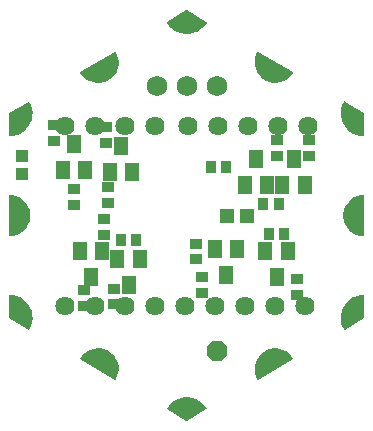
<source format=gbr>
G04 EAGLE Gerber RS-274X export*
G75*
%MOMM*%
%FSLAX34Y34*%
%LPD*%
%INSoldermask Top*%
%IPPOS*%
%AMOC8*
5,1,8,0,0,1.08239X$1,22.5*%
G01*
%ADD10R,1.003200X1.003200*%
%ADD11P,1.869504X8X22.500000*%
%ADD12R,0.903200X1.103200*%
%ADD13R,1.203200X1.303200*%
%ADD14C,1.727200*%
%ADD15C,1.203200*%
%ADD16C,1.625600*%
%ADD17R,1.203200X1.603200*%
%ADD18R,1.103200X0.903200*%

G36*
X-73116Y285545D02*
X-73116Y285545D01*
X-73082Y285553D01*
X-73034Y285554D01*
X-70279Y286093D01*
X-70246Y286106D01*
X-70199Y286115D01*
X-67570Y287100D01*
X-67540Y287118D01*
X-67495Y287135D01*
X-65064Y288539D01*
X-65038Y288562D01*
X-64996Y288586D01*
X-62829Y290371D01*
X-62807Y290398D01*
X-62769Y290428D01*
X-60925Y292545D01*
X-60908Y292576D01*
X-60877Y292612D01*
X-59406Y295004D01*
X-59394Y295036D01*
X-59369Y295077D01*
X-58313Y297679D01*
X-58306Y297713D01*
X-58288Y297757D01*
X-57674Y300497D01*
X-57673Y300532D01*
X-57663Y300579D01*
X-57508Y303382D01*
X-57513Y303417D01*
X-57510Y303465D01*
X-57819Y306255D01*
X-57830Y306288D01*
X-57835Y306336D01*
X-58599Y309038D01*
X-58615Y309069D01*
X-58628Y309115D01*
X-59826Y311654D01*
X-59844Y311678D01*
X-59854Y311705D01*
X-59902Y311757D01*
X-59945Y311814D01*
X-59970Y311828D01*
X-59990Y311850D01*
X-60055Y311878D01*
X-60117Y311914D01*
X-60146Y311918D01*
X-60172Y311929D01*
X-60244Y311930D01*
X-60314Y311939D01*
X-60342Y311931D01*
X-60371Y311932D01*
X-60465Y311897D01*
X-60505Y311885D01*
X-60514Y311879D01*
X-60527Y311874D01*
X-89972Y294874D01*
X-89994Y294854D01*
X-90020Y294842D01*
X-90053Y294805D01*
X-90059Y294801D01*
X-90064Y294794D01*
X-90068Y294789D01*
X-90121Y294742D01*
X-90134Y294716D01*
X-90153Y294694D01*
X-90176Y294627D01*
X-90207Y294563D01*
X-90208Y294533D01*
X-90217Y294506D01*
X-90212Y294435D01*
X-90216Y294364D01*
X-90205Y294336D01*
X-90203Y294307D01*
X-90161Y294217D01*
X-90146Y294178D01*
X-90139Y294169D01*
X-90133Y294157D01*
X-88533Y291850D01*
X-88508Y291826D01*
X-88480Y291786D01*
X-86523Y289773D01*
X-86494Y289754D01*
X-86460Y289719D01*
X-84198Y288056D01*
X-84167Y288042D01*
X-84128Y288013D01*
X-81623Y286745D01*
X-81589Y286736D01*
X-81546Y286714D01*
X-78867Y285876D01*
X-78832Y285873D01*
X-78786Y285858D01*
X-76005Y285473D01*
X-75970Y285475D01*
X-75923Y285468D01*
X-73116Y285545D01*
G37*
G36*
X60342Y34144D02*
X60342Y34144D01*
X60371Y34143D01*
X60465Y34178D01*
X60505Y34190D01*
X60514Y34196D01*
X60527Y34201D01*
X89972Y51201D01*
X89994Y51221D01*
X90020Y51233D01*
X90068Y51286D01*
X90121Y51333D01*
X90134Y51359D01*
X90153Y51381D01*
X90176Y51448D01*
X90207Y51512D01*
X90208Y51542D01*
X90217Y51569D01*
X90212Y51640D01*
X90216Y51711D01*
X90205Y51739D01*
X90203Y51768D01*
X90161Y51858D01*
X90146Y51897D01*
X90139Y51906D01*
X90133Y51918D01*
X88533Y54225D01*
X88508Y54249D01*
X88480Y54289D01*
X86523Y56302D01*
X86494Y56321D01*
X86460Y56356D01*
X84198Y58019D01*
X84167Y58033D01*
X84128Y58062D01*
X81623Y59330D01*
X81589Y59339D01*
X81546Y59361D01*
X78867Y60199D01*
X78832Y60202D01*
X78786Y60217D01*
X76005Y60602D01*
X75970Y60600D01*
X75923Y60607D01*
X73116Y60530D01*
X73082Y60522D01*
X73034Y60521D01*
X70279Y59982D01*
X70246Y59969D01*
X70199Y59960D01*
X67570Y58975D01*
X67540Y58957D01*
X67495Y58940D01*
X65064Y57536D01*
X65038Y57513D01*
X64996Y57489D01*
X62829Y55704D01*
X62807Y55677D01*
X62769Y55647D01*
X60925Y53530D01*
X60908Y53499D01*
X60877Y53463D01*
X59406Y51071D01*
X59394Y51039D01*
X59369Y50998D01*
X58313Y48396D01*
X58306Y48362D01*
X58288Y48318D01*
X57674Y45578D01*
X57673Y45543D01*
X57663Y45496D01*
X57508Y42693D01*
X57513Y42658D01*
X57510Y42610D01*
X57819Y39820D01*
X57830Y39787D01*
X57835Y39739D01*
X58599Y37037D01*
X58615Y37006D01*
X58628Y36960D01*
X59826Y34421D01*
X59844Y34397D01*
X59854Y34370D01*
X59902Y34318D01*
X59945Y34261D01*
X59970Y34247D01*
X59990Y34225D01*
X60055Y34197D01*
X60117Y34161D01*
X60146Y34157D01*
X60172Y34146D01*
X60244Y34145D01*
X60314Y34136D01*
X60342Y34144D01*
G37*
G36*
X-60219Y34170D02*
X-60219Y34170D01*
X-60148Y34175D01*
X-60122Y34189D01*
X-60093Y34194D01*
X-60035Y34234D01*
X-59972Y34267D01*
X-59953Y34289D01*
X-59929Y34306D01*
X-59872Y34387D01*
X-59845Y34420D01*
X-59842Y34431D01*
X-59834Y34442D01*
X-58639Y36979D01*
X-58630Y37013D01*
X-58610Y37057D01*
X-57848Y39756D01*
X-57846Y39790D01*
X-57833Y39837D01*
X-57526Y42624D01*
X-57529Y42652D01*
X-57527Y42660D01*
X-57528Y42665D01*
X-57524Y42707D01*
X-57680Y45507D01*
X-57689Y45540D01*
X-57692Y45589D01*
X-58307Y48325D01*
X-58321Y48356D01*
X-58331Y48403D01*
X-59388Y51001D01*
X-59408Y51030D01*
X-59426Y51075D01*
X-60896Y53463D01*
X-60920Y53488D01*
X-60945Y53529D01*
X-62788Y55643D01*
X-62816Y55664D01*
X-62847Y55700D01*
X-65013Y57482D01*
X-65044Y57498D01*
X-65081Y57529D01*
X-67511Y58929D01*
X-67544Y58940D01*
X-67585Y58965D01*
X-70212Y59946D01*
X-70246Y59952D01*
X-70292Y59969D01*
X-73044Y60504D01*
X-73079Y60504D01*
X-73126Y60513D01*
X-75930Y60589D01*
X-75964Y60583D01*
X-76012Y60584D01*
X-78790Y60197D01*
X-78823Y60186D01*
X-78870Y60179D01*
X-81546Y59340D01*
X-81577Y59323D01*
X-81623Y59309D01*
X-84124Y58041D01*
X-84151Y58020D01*
X-84194Y57998D01*
X-86453Y56335D01*
X-86476Y56310D01*
X-86515Y56281D01*
X-88470Y54270D01*
X-88488Y54241D01*
X-88522Y54206D01*
X-90118Y51900D01*
X-90130Y51874D01*
X-90148Y51851D01*
X-90158Y51820D01*
X-90165Y51809D01*
X-90169Y51782D01*
X-90197Y51718D01*
X-90197Y51688D01*
X-90205Y51660D01*
X-90197Y51590D01*
X-90198Y51519D01*
X-90186Y51492D01*
X-90183Y51463D01*
X-90148Y51401D01*
X-90121Y51335D01*
X-90100Y51315D01*
X-90086Y51290D01*
X-90009Y51226D01*
X-89978Y51197D01*
X-89968Y51192D01*
X-89957Y51184D01*
X-60535Y34222D01*
X-60507Y34213D01*
X-60483Y34197D01*
X-60414Y34182D01*
X-60346Y34159D01*
X-60317Y34162D01*
X-60289Y34156D01*
X-60219Y34170D01*
G37*
G36*
X75964Y285492D02*
X75964Y285492D01*
X76012Y285491D01*
X78790Y285878D01*
X78823Y285889D01*
X78870Y285896D01*
X81546Y286735D01*
X81577Y286752D01*
X81623Y286766D01*
X84124Y288034D01*
X84151Y288055D01*
X84194Y288077D01*
X86453Y289740D01*
X86476Y289765D01*
X86515Y289794D01*
X86843Y290131D01*
X87328Y290631D01*
X87813Y291130D01*
X88298Y291629D01*
X88470Y291805D01*
X88488Y291834D01*
X88522Y291869D01*
X90118Y294175D01*
X90130Y294201D01*
X90148Y294224D01*
X90169Y294292D01*
X90197Y294357D01*
X90197Y294387D01*
X90205Y294415D01*
X90197Y294485D01*
X90198Y294556D01*
X90186Y294583D01*
X90183Y294612D01*
X90148Y294674D01*
X90121Y294740D01*
X90100Y294760D01*
X90086Y294785D01*
X90024Y294836D01*
X90019Y294843D01*
X90009Y294849D01*
X89978Y294878D01*
X89968Y294883D01*
X89957Y294891D01*
X60535Y311853D01*
X60507Y311862D01*
X60483Y311878D01*
X60414Y311893D01*
X60346Y311916D01*
X60317Y311913D01*
X60289Y311919D01*
X60219Y311905D01*
X60148Y311900D01*
X60122Y311886D01*
X60093Y311881D01*
X60035Y311841D01*
X59972Y311808D01*
X59953Y311786D01*
X59929Y311769D01*
X59872Y311688D01*
X59845Y311655D01*
X59842Y311644D01*
X59834Y311633D01*
X58639Y309096D01*
X58630Y309062D01*
X58610Y309018D01*
X57848Y306319D01*
X57846Y306285D01*
X57833Y306238D01*
X57526Y303451D01*
X57529Y303416D01*
X57524Y303368D01*
X57680Y300568D01*
X57689Y300535D01*
X57692Y300486D01*
X58307Y297750D01*
X58321Y297719D01*
X58331Y297672D01*
X59388Y295074D01*
X59408Y295045D01*
X59426Y295000D01*
X60896Y292612D01*
X60920Y292587D01*
X60945Y292546D01*
X62788Y290432D01*
X62816Y290411D01*
X62847Y290375D01*
X65013Y288593D01*
X65044Y288577D01*
X65081Y288546D01*
X67511Y287146D01*
X67544Y287135D01*
X67585Y287110D01*
X70212Y286129D01*
X70246Y286123D01*
X70292Y286106D01*
X73044Y285571D01*
X73079Y285571D01*
X73126Y285562D01*
X75930Y285486D01*
X75964Y285492D01*
G37*
G36*
X-149981Y155562D02*
X-149981Y155562D01*
X-149967Y155561D01*
X-147172Y155791D01*
X-147139Y155801D01*
X-147091Y155805D01*
X-144371Y156491D01*
X-144340Y156506D01*
X-144293Y156518D01*
X-141724Y157643D01*
X-141696Y157663D01*
X-141652Y157682D01*
X-139303Y159214D01*
X-139278Y159239D01*
X-139238Y159265D01*
X-137173Y161163D01*
X-137153Y161191D01*
X-137148Y161196D01*
X-137137Y161203D01*
X-137133Y161209D01*
X-137118Y161224D01*
X-135393Y163436D01*
X-135378Y163467D01*
X-135348Y163505D01*
X-134012Y165970D01*
X-134002Y166003D01*
X-133979Y166046D01*
X-133066Y168698D01*
X-133062Y168732D01*
X-133046Y168778D01*
X-132583Y171543D01*
X-132584Y171578D01*
X-132576Y171626D01*
X-132574Y174430D01*
X-132581Y174464D01*
X-132581Y174512D01*
X-133040Y177279D01*
X-133053Y177311D01*
X-133061Y177359D01*
X-133970Y180012D01*
X-133987Y180042D01*
X-134003Y180087D01*
X-135336Y182555D01*
X-135358Y182581D01*
X-135381Y182624D01*
X-137102Y184838D01*
X-137128Y184861D01*
X-137158Y184899D01*
X-139220Y186800D01*
X-139249Y186818D01*
X-139285Y186850D01*
X-141632Y188386D01*
X-141664Y188399D01*
X-141704Y188425D01*
X-144272Y189553D01*
X-144305Y189561D01*
X-144350Y189580D01*
X-147068Y190270D01*
X-147102Y190272D01*
X-147149Y190284D01*
X-149944Y190518D01*
X-149973Y190514D01*
X-150002Y190519D01*
X-150071Y190503D01*
X-150141Y190494D01*
X-150167Y190480D01*
X-150195Y190473D01*
X-150252Y190431D01*
X-150314Y190396D01*
X-150332Y190373D01*
X-150355Y190355D01*
X-150392Y190294D01*
X-150435Y190238D01*
X-150442Y190209D01*
X-150457Y190184D01*
X-150474Y190086D01*
X-150484Y190045D01*
X-150482Y190034D01*
X-150485Y190020D01*
X-150507Y156059D01*
X-150501Y156031D01*
X-150504Y156001D01*
X-150482Y155934D01*
X-150468Y155864D01*
X-150451Y155840D01*
X-150442Y155812D01*
X-150396Y155759D01*
X-150355Y155700D01*
X-150331Y155685D01*
X-150312Y155663D01*
X-150248Y155631D01*
X-150188Y155593D01*
X-150159Y155588D01*
X-150133Y155575D01*
X-150034Y155567D01*
X-149992Y155560D01*
X-149981Y155562D01*
G37*
G36*
X150071Y155572D02*
X150071Y155572D01*
X150141Y155581D01*
X150167Y155595D01*
X150195Y155602D01*
X150252Y155644D01*
X150314Y155679D01*
X150332Y155702D01*
X150355Y155720D01*
X150392Y155781D01*
X150435Y155837D01*
X150442Y155866D01*
X150457Y155891D01*
X150474Y155989D01*
X150484Y156030D01*
X150482Y156041D01*
X150485Y156055D01*
X150507Y190016D01*
X150507Y190019D01*
X150507Y190021D01*
X150503Y190039D01*
X150501Y190044D01*
X150504Y190074D01*
X150482Y190141D01*
X150468Y190211D01*
X150451Y190235D01*
X150442Y190263D01*
X150396Y190316D01*
X150355Y190375D01*
X150331Y190390D01*
X150312Y190412D01*
X150248Y190444D01*
X150188Y190482D01*
X150159Y190487D01*
X150133Y190500D01*
X150034Y190508D01*
X149992Y190515D01*
X149981Y190513D01*
X149967Y190514D01*
X147172Y190284D01*
X147139Y190274D01*
X147091Y190270D01*
X144371Y189584D01*
X144340Y189569D01*
X144293Y189557D01*
X141724Y188432D01*
X141696Y188412D01*
X141652Y188393D01*
X139303Y186861D01*
X139278Y186836D01*
X139238Y186810D01*
X137173Y184912D01*
X137153Y184884D01*
X137118Y184851D01*
X135393Y182639D01*
X135378Y182608D01*
X135348Y182570D01*
X134012Y180105D01*
X134002Y180072D01*
X133979Y180029D01*
X133066Y177377D01*
X133062Y177343D01*
X133046Y177297D01*
X132583Y174532D01*
X132584Y174497D01*
X132576Y174449D01*
X132574Y171645D01*
X132581Y171611D01*
X132581Y171563D01*
X133040Y168796D01*
X133053Y168764D01*
X133061Y168716D01*
X133970Y166063D01*
X133987Y166033D01*
X134003Y165988D01*
X135336Y163520D01*
X135358Y163494D01*
X135381Y163451D01*
X137102Y161237D01*
X137128Y161214D01*
X137158Y161176D01*
X139220Y159275D01*
X139249Y159257D01*
X139285Y159225D01*
X141632Y157689D01*
X141664Y157676D01*
X141704Y157650D01*
X144272Y156522D01*
X144305Y156514D01*
X144350Y156495D01*
X147068Y155805D01*
X147102Y155803D01*
X147149Y155791D01*
X149944Y155557D01*
X149973Y155561D01*
X150002Y155556D01*
X150071Y155572D01*
G37*
G36*
X150105Y240116D02*
X150105Y240116D01*
X150176Y240124D01*
X150201Y240139D01*
X150229Y240145D01*
X150286Y240188D01*
X150348Y240223D01*
X150366Y240246D01*
X150389Y240263D01*
X150425Y240325D01*
X150468Y240382D01*
X150475Y240410D01*
X150490Y240435D01*
X150507Y240533D01*
X150517Y240574D01*
X150515Y240585D01*
X150518Y240599D01*
X150495Y259638D01*
X150479Y259714D01*
X150471Y259790D01*
X150460Y259810D01*
X150455Y259833D01*
X150411Y259896D01*
X150374Y259963D01*
X150354Y259980D01*
X150342Y259997D01*
X150305Y260021D01*
X150246Y260070D01*
X133769Y269609D01*
X133741Y269618D01*
X133717Y269635D01*
X133648Y269650D01*
X133580Y269672D01*
X133551Y269670D01*
X133523Y269676D01*
X133453Y269663D01*
X133382Y269657D01*
X133356Y269644D01*
X133328Y269638D01*
X133268Y269598D01*
X133205Y269566D01*
X133187Y269543D01*
X133163Y269527D01*
X133105Y269445D01*
X133078Y269413D01*
X133075Y269402D01*
X133067Y269391D01*
X131753Y266621D01*
X131745Y266588D01*
X131724Y266546D01*
X130871Y263601D01*
X130869Y263567D01*
X130855Y263522D01*
X130486Y260478D01*
X130488Y260444D01*
X130482Y260398D01*
X130606Y257334D01*
X130614Y257301D01*
X130616Y257254D01*
X131229Y254250D01*
X131242Y254219D01*
X131251Y254173D01*
X132339Y251306D01*
X132357Y251277D01*
X132373Y251233D01*
X133906Y248578D01*
X133929Y248552D01*
X133952Y248512D01*
X135891Y246137D01*
X135917Y246115D01*
X135947Y246079D01*
X138242Y244046D01*
X138271Y244029D01*
X138306Y243997D01*
X140897Y242358D01*
X140929Y242346D01*
X140969Y242321D01*
X143789Y241119D01*
X143823Y241112D01*
X143866Y241094D01*
X146843Y240360D01*
X146877Y240359D01*
X146922Y240347D01*
X149978Y240100D01*
X150007Y240104D01*
X150035Y240099D01*
X150105Y240116D01*
G37*
G36*
X-133453Y76412D02*
X-133453Y76412D01*
X-133382Y76418D01*
X-133356Y76431D01*
X-133328Y76437D01*
X-133268Y76477D01*
X-133205Y76509D01*
X-133187Y76532D01*
X-133163Y76548D01*
X-133105Y76630D01*
X-133078Y76662D01*
X-133075Y76673D01*
X-133067Y76684D01*
X-131753Y79454D01*
X-131745Y79487D01*
X-131724Y79529D01*
X-130871Y82474D01*
X-130869Y82508D01*
X-130855Y82553D01*
X-130486Y85597D01*
X-130488Y85631D01*
X-130482Y85677D01*
X-130606Y88741D01*
X-130614Y88774D01*
X-130616Y88821D01*
X-131229Y91825D01*
X-131242Y91856D01*
X-131251Y91902D01*
X-132339Y94769D01*
X-132357Y94798D01*
X-132373Y94842D01*
X-133906Y97497D01*
X-133929Y97523D01*
X-133952Y97563D01*
X-135891Y99938D01*
X-135917Y99960D01*
X-135947Y99996D01*
X-138242Y102029D01*
X-138271Y102046D01*
X-138306Y102078D01*
X-140897Y103717D01*
X-140929Y103729D01*
X-140969Y103754D01*
X-143789Y104956D01*
X-143823Y104963D01*
X-143866Y104981D01*
X-146843Y105715D01*
X-146877Y105716D01*
X-146922Y105728D01*
X-149978Y105975D01*
X-150007Y105971D01*
X-150035Y105976D01*
X-150105Y105959D01*
X-150176Y105951D01*
X-150201Y105936D01*
X-150229Y105930D01*
X-150286Y105887D01*
X-150348Y105852D01*
X-150366Y105829D01*
X-150389Y105812D01*
X-150425Y105750D01*
X-150468Y105693D01*
X-150475Y105665D01*
X-150490Y105640D01*
X-150507Y105542D01*
X-150517Y105501D01*
X-150515Y105490D01*
X-150518Y105476D01*
X-150495Y86437D01*
X-150479Y86361D01*
X-150471Y86285D01*
X-150460Y86265D01*
X-150455Y86242D01*
X-150411Y86179D01*
X-150374Y86112D01*
X-150354Y86095D01*
X-150342Y86078D01*
X-150305Y86054D01*
X-150246Y86005D01*
X-133769Y76466D01*
X-133741Y76457D01*
X-133717Y76440D01*
X-133648Y76425D01*
X-133580Y76403D01*
X-133551Y76405D01*
X-133523Y76399D01*
X-133453Y76412D01*
G37*
G36*
X133609Y76444D02*
X133609Y76444D01*
X133637Y76443D01*
X133733Y76479D01*
X133773Y76490D01*
X133781Y76497D01*
X133793Y76501D01*
X150247Y86001D01*
X150306Y86053D01*
X150368Y86099D01*
X150380Y86118D01*
X150396Y86133D01*
X150430Y86203D01*
X150470Y86270D01*
X150474Y86295D01*
X150482Y86312D01*
X150484Y86357D01*
X150497Y86434D01*
X150474Y105474D01*
X150469Y105502D01*
X150471Y105530D01*
X150449Y105598D01*
X150434Y105669D01*
X150418Y105692D01*
X150409Y105719D01*
X150362Y105773D01*
X150322Y105832D01*
X150298Y105848D01*
X150279Y105869D01*
X150215Y105901D01*
X150154Y105939D01*
X150126Y105944D01*
X150100Y105956D01*
X150000Y105965D01*
X149958Y105972D01*
X149947Y105970D01*
X149934Y105971D01*
X146885Y105721D01*
X146852Y105711D01*
X146805Y105708D01*
X143835Y104972D01*
X143805Y104957D01*
X143759Y104946D01*
X143538Y104852D01*
X142370Y104353D01*
X141203Y103854D01*
X141202Y103854D01*
X140946Y103744D01*
X140918Y103725D01*
X140874Y103706D01*
X138290Y102068D01*
X138266Y102044D01*
X138226Y102020D01*
X135938Y99988D01*
X135918Y99961D01*
X135883Y99930D01*
X133950Y97557D01*
X133934Y97527D01*
X133905Y97491D01*
X132378Y94839D01*
X132367Y94807D01*
X132344Y94767D01*
X131262Y91904D01*
X131257Y91871D01*
X131240Y91827D01*
X130631Y88828D01*
X130631Y88795D01*
X130622Y88749D01*
X130502Y85691D01*
X130508Y85658D01*
X130505Y85611D01*
X130878Y82574D01*
X130889Y82542D01*
X130894Y82495D01*
X131749Y79557D01*
X131765Y79527D01*
X131777Y79482D01*
X133093Y76719D01*
X133110Y76697D01*
X133119Y76670D01*
X133169Y76618D01*
X133212Y76560D01*
X133237Y76546D01*
X133256Y76525D01*
X133322Y76497D01*
X133384Y76461D01*
X133412Y76457D01*
X133438Y76446D01*
X133510Y76445D01*
X133581Y76436D01*
X133609Y76444D01*
G37*
G36*
X-149947Y240105D02*
X-149947Y240105D01*
X-149934Y240104D01*
X-146885Y240354D01*
X-146852Y240364D01*
X-146805Y240367D01*
X-143835Y241103D01*
X-143805Y241118D01*
X-143759Y241129D01*
X-143731Y241141D01*
X-143730Y241141D01*
X-142563Y241640D01*
X-141395Y242139D01*
X-140946Y242331D01*
X-140918Y242350D01*
X-140874Y242369D01*
X-138290Y244007D01*
X-138266Y244031D01*
X-138226Y244055D01*
X-135938Y246087D01*
X-135918Y246114D01*
X-135883Y246145D01*
X-133950Y248518D01*
X-133934Y248548D01*
X-133905Y248584D01*
X-132378Y251236D01*
X-132367Y251268D01*
X-132344Y251308D01*
X-131262Y254171D01*
X-131257Y254204D01*
X-131240Y254248D01*
X-130631Y257247D01*
X-130631Y257280D01*
X-130622Y257326D01*
X-130502Y260384D01*
X-130508Y260417D01*
X-130505Y260464D01*
X-130878Y263501D01*
X-130889Y263533D01*
X-130894Y263580D01*
X-131749Y266518D01*
X-131765Y266548D01*
X-131777Y266593D01*
X-133093Y269356D01*
X-133110Y269378D01*
X-133119Y269405D01*
X-133169Y269457D01*
X-133212Y269515D01*
X-133237Y269529D01*
X-133256Y269550D01*
X-133322Y269578D01*
X-133384Y269614D01*
X-133412Y269618D01*
X-133438Y269629D01*
X-133510Y269630D01*
X-133581Y269639D01*
X-133609Y269631D01*
X-133637Y269632D01*
X-133733Y269596D01*
X-133773Y269585D01*
X-133781Y269578D01*
X-133793Y269574D01*
X-150247Y260074D01*
X-150306Y260022D01*
X-150368Y259976D01*
X-150380Y259957D01*
X-150396Y259942D01*
X-150430Y259872D01*
X-150470Y259805D01*
X-150474Y259780D01*
X-150482Y259763D01*
X-150484Y259718D01*
X-150497Y259641D01*
X-150474Y240601D01*
X-150469Y240573D01*
X-150471Y240545D01*
X-150449Y240477D01*
X-150434Y240406D01*
X-150418Y240383D01*
X-150409Y240356D01*
X-150362Y240302D01*
X-150322Y240243D01*
X-150298Y240227D01*
X-150279Y240206D01*
X-150215Y240174D01*
X-150154Y240136D01*
X-150126Y240131D01*
X-150100Y240119D01*
X-150000Y240110D01*
X-149958Y240103D01*
X-149947Y240105D01*
G37*
G36*
X1560Y326782D02*
X1560Y326782D01*
X1607Y326782D01*
X4628Y327269D01*
X4660Y327281D01*
X4706Y327288D01*
X7610Y328254D01*
X7639Y328271D01*
X7684Y328285D01*
X10395Y329704D01*
X10421Y329725D01*
X10463Y329747D01*
X12911Y331582D01*
X12934Y331607D01*
X12971Y331635D01*
X15093Y333839D01*
X15112Y333868D01*
X15144Y333902D01*
X16886Y336418D01*
X16897Y336444D01*
X16915Y336466D01*
X16936Y336535D01*
X16964Y336601D01*
X16964Y336629D01*
X16972Y336657D01*
X16964Y336728D01*
X16965Y336799D01*
X16954Y336826D01*
X16950Y336854D01*
X16916Y336917D01*
X16888Y336983D01*
X16867Y337003D01*
X16853Y337028D01*
X16776Y337092D01*
X16745Y337122D01*
X16735Y337126D01*
X16725Y337134D01*
X248Y346673D01*
X174Y346698D01*
X103Y346729D01*
X81Y346730D01*
X59Y346737D01*
X-18Y346731D01*
X-96Y346732D01*
X-119Y346723D01*
X-139Y346721D01*
X-178Y346701D01*
X-252Y346674D01*
X-16706Y337174D01*
X-16728Y337155D01*
X-16753Y337143D01*
X-16801Y337090D01*
X-16855Y337042D01*
X-16867Y337016D01*
X-16886Y336995D01*
X-16910Y336927D01*
X-16941Y336863D01*
X-16942Y336834D01*
X-16952Y336807D01*
X-16947Y336736D01*
X-16950Y336664D01*
X-16940Y336637D01*
X-16938Y336609D01*
X-16895Y336517D01*
X-16881Y336478D01*
X-16873Y336470D01*
X-16868Y336458D01*
X-15133Y333938D01*
X-15108Y333914D01*
X-15082Y333876D01*
X-12965Y331666D01*
X-12937Y331647D01*
X-12905Y331613D01*
X-10461Y329772D01*
X-10430Y329757D01*
X-10393Y329729D01*
X-7685Y328304D01*
X-7653Y328294D01*
X-7612Y328272D01*
X-4710Y327300D01*
X-4677Y327296D01*
X-4676Y327295D01*
X-4632Y327280D01*
X-1613Y326786D01*
X-1579Y326787D01*
X-1533Y326779D01*
X1527Y326776D01*
X1560Y326782D01*
G37*
G36*
X18Y-656D02*
X18Y-656D01*
X96Y-657D01*
X119Y-648D01*
X139Y-646D01*
X178Y-626D01*
X252Y-599D01*
X16706Y8901D01*
X16728Y8920D01*
X16753Y8932D01*
X16788Y8970D01*
X16791Y8972D01*
X16794Y8977D01*
X16801Y8985D01*
X16855Y9033D01*
X16867Y9059D01*
X16886Y9080D01*
X16910Y9148D01*
X16941Y9212D01*
X16942Y9241D01*
X16952Y9268D01*
X16947Y9339D01*
X16950Y9411D01*
X16940Y9438D01*
X16938Y9466D01*
X16895Y9558D01*
X16881Y9597D01*
X16873Y9605D01*
X16868Y9617D01*
X15133Y12137D01*
X15108Y12161D01*
X15082Y12199D01*
X12965Y14409D01*
X12937Y14428D01*
X12905Y14462D01*
X10461Y16303D01*
X10430Y16318D01*
X10393Y16346D01*
X7685Y17771D01*
X7653Y17781D01*
X7612Y17803D01*
X4710Y18775D01*
X4687Y18778D01*
X4674Y18780D01*
X4632Y18795D01*
X1613Y19289D01*
X1579Y19288D01*
X1533Y19296D01*
X-1527Y19299D01*
X-1560Y19293D01*
X-1607Y19293D01*
X-4628Y18806D01*
X-4660Y18794D01*
X-4706Y18787D01*
X-7610Y17821D01*
X-7639Y17804D01*
X-7684Y17790D01*
X-10395Y16371D01*
X-10421Y16350D01*
X-10463Y16328D01*
X-12911Y14493D01*
X-12934Y14468D01*
X-12971Y14440D01*
X-15093Y12236D01*
X-15112Y12207D01*
X-15144Y12173D01*
X-16886Y9657D01*
X-16897Y9631D01*
X-16915Y9609D01*
X-16936Y9540D01*
X-16964Y9474D01*
X-16964Y9446D01*
X-16972Y9418D01*
X-16964Y9347D01*
X-16965Y9276D01*
X-16954Y9249D01*
X-16950Y9221D01*
X-16916Y9158D01*
X-16888Y9092D01*
X-16867Y9072D01*
X-16853Y9047D01*
X-16776Y8983D01*
X-16745Y8953D01*
X-16735Y8949D01*
X-16725Y8941D01*
X-248Y-598D01*
X-174Y-623D01*
X-103Y-654D01*
X-81Y-655D01*
X-59Y-662D01*
X18Y-656D01*
G37*
D10*
X-139700Y223400D03*
X-139700Y208400D03*
D11*
X25400Y58738D03*
D12*
X20488Y214313D03*
X33488Y214313D03*
D13*
X34363Y173038D03*
X51363Y173038D03*
D14*
X25400Y282575D03*
X0Y282575D03*
X-25400Y282575D03*
D15*
X-16Y338266D03*
X143067Y255638D03*
X143084Y90409D03*
X16Y7809D03*
X-143067Y90438D03*
X-143084Y255666D03*
X71551Y296908D03*
X143051Y173067D03*
X71550Y49109D03*
X-71551Y49167D03*
X-143051Y173008D03*
X-71550Y296966D03*
D16*
X-102600Y96838D03*
X-77200Y96838D03*
X-51800Y96838D03*
X-26400Y96838D03*
X-1000Y96838D03*
X24400Y96838D03*
X49800Y96838D03*
X75200Y96838D03*
X100600Y96838D03*
X102600Y249238D03*
X77200Y249238D03*
X51800Y249238D03*
X26400Y249238D03*
X1000Y249238D03*
X-26400Y249238D03*
X-51800Y249238D03*
X-77200Y249238D03*
X-102600Y249238D03*
D17*
X49238Y198550D03*
X68238Y198550D03*
X58738Y220550D03*
X80988Y198550D03*
X99988Y198550D03*
X90488Y220550D03*
X-39713Y136413D03*
X-58713Y136413D03*
X-49213Y114413D03*
X-71463Y142763D03*
X-90463Y142763D03*
X-80963Y120763D03*
X42838Y144350D03*
X23838Y144350D03*
X33338Y122350D03*
X-104750Y211250D03*
X-85750Y211250D03*
X-95250Y233250D03*
X-65063Y209663D03*
X-46063Y209663D03*
X-55563Y231663D03*
X85700Y142763D03*
X66700Y142763D03*
X76200Y120763D03*
D12*
X64938Y182563D03*
X77938Y182563D03*
X-55713Y152400D03*
X-42713Y152400D03*
D18*
X-69850Y170013D03*
X-69850Y157013D03*
X7938Y136375D03*
X7938Y149375D03*
X-95250Y182413D03*
X-95250Y195413D03*
X-66675Y184000D03*
X-66675Y197000D03*
D12*
X69700Y157163D03*
X82700Y157163D03*
D18*
X76200Y236688D03*
X76200Y223688D03*
X103188Y236688D03*
X103188Y223688D03*
X-61913Y98275D03*
X-61913Y111275D03*
X-87313Y96688D03*
X-87313Y109688D03*
X12700Y107800D03*
X12700Y120800D03*
X-112713Y249388D03*
X-112713Y236388D03*
X-68263Y247800D03*
X-68263Y234800D03*
X93663Y106213D03*
X93663Y119213D03*
M02*

</source>
